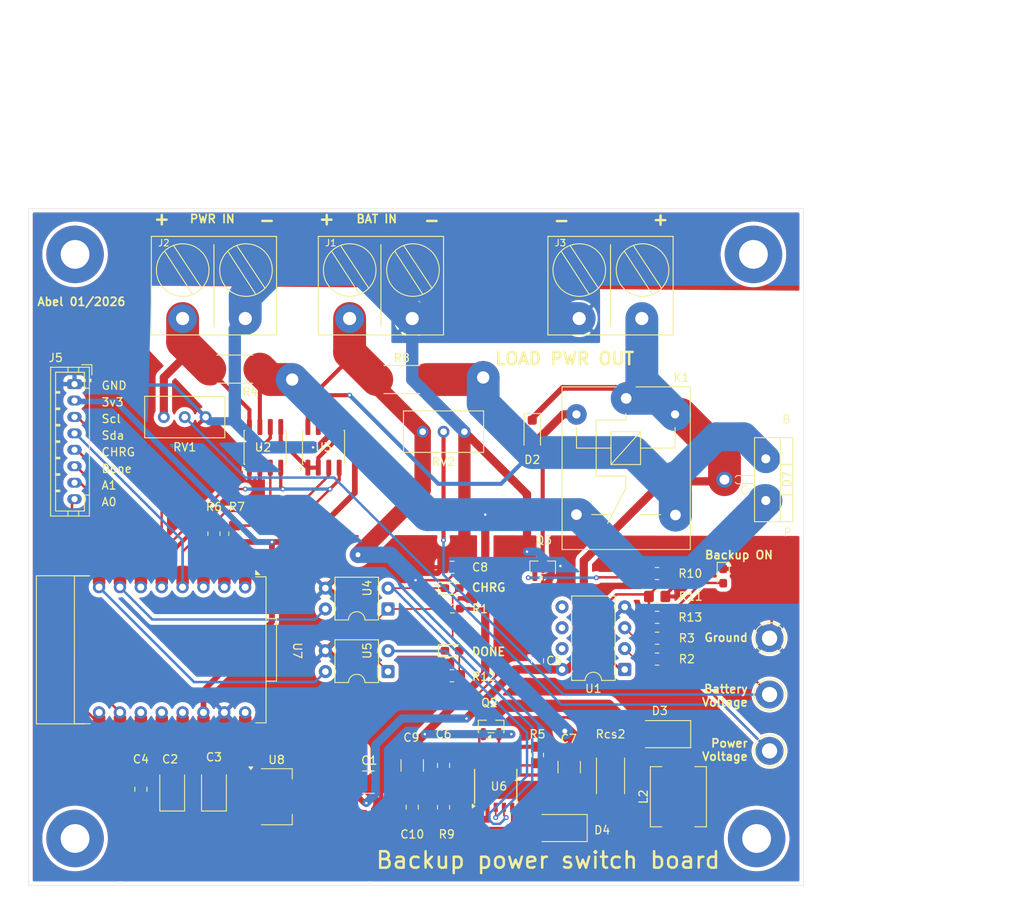
<source format=kicad_pcb>
(kicad_pcb (version 20241229) (generator "pcbnew") (generator_version "9.0")
  (layers (0 "F.Cu" signal) (2 "B.Cu" signal) (13 "F.Paste" user) (15 "B.Paste" user) (5 "F.SilkS" user "F.Silkscreen") (7 "B.SilkS" user "B.Silkscreen") (1 "F.Mask" user) (3 "B.Mask" user) (25 "Edge.Cuts" user))
  (net 0 "")
  (net 1 "Net-(U6-VG)")
  (net 2 "PWR IN 12 +")
  (net 3 "Net-(C10-Pad1)")
  (net 4 "Net-(J5-Pin_4)")
  (net 5 "+3V3")
  (net 6 "Net-(J5-Pin_5)")
  (net 7 "Net-(J5-Pin_3)")
  (net 8 "Net-(D2-A)")
  (net 9 "Net-(D3-A)")
  (net 10 "Net-(D3-K)")
  (net 11 "BAT IN 12 +")
  (net 12 "Net-(J5-Pin_6)")
  (net 13 "Net-(R1-Pad2)")
  (net 14 "GNDPWR")
  (net 15 "Net-(U6-CSP)")
  (net 16 "Net-(Q2-G)")
  (net 17 "Net-(Q3-B)")
  (net 18 "Net-(U6-FB)")
  (net 19 "Net-(U6-COM)")
  (net 20 "SIG")
  (net 21 "Net-(U1A-+)")
  (net 22 "Net-(U1A--)")
  (net 26 "/Batary Charger module/CHRG")
  (net 27 "/Batary Charger module/DONE")
  (net 29 "COMMON OUT 12 +")
  (net 37 "PWR OUT 12 +")
  (net 38 "BAT OUT 12 +")
  (net 39 "Net-(D1-A)")
  (net 40 "Net-(D6-A)")
  (net 41 "Net-(R2-Pad2)")
  (net 42 "Net-(R3-Pad2)")
  (net 43 "unconnected-(U8-Heat-Pad4)")
  (net 44 "Net-(J5-Pin_8)")
  (net 45 "Net-(J5-Pin_7)")
  (footprint "Resistor_SMD:R_0603_1608Metric_Pad0.98x0.95mm_HandSolder" (layer "F.Cu") (at 140.7668 105.3592 180)
    (property "Reference" "R1")
    (property "Value" "10K")
  )
  (footprint "Resistor_SMD:R_2512_6332Metric_Pad1.40x3.35mm_HandSolder" (layer "F.Cu") (at 114.3 76.2)
    (property "Reference" "R4")
    (property "Value" "0,002R")
  )
  (footprint "Resistor_SMD:R_0805_2012Metric_Pad1.20x1.40mm_HandSolder" (layer "F.Cu") (at 151.13 123.19 90)
    (property "Reference" "R5")
    (property "Value" "0R")
  )
  (footprint "Connector_JST:JST_PH_B8B-PH-K_1x08_P2.00mm_Vertical" (layer "F.Cu") (at 94.7928 78.0288 -90)
    (property "Reference" "J5")
    (property "Value" "Esternal")
  )
  (footprint "Diode_SMD:D_SMA" (layer "F.Cu") (at 153.67 132.08 180)
    (property "Reference" "D4")
    (property "Value" "SS26")
  )
  (footprint "Resistor_SMD:R_0805_2012Metric_Pad1.20x1.40mm_HandSolder" (layer "F.Cu") (at 165.6936 103.886 180)
    (property "Reference" "R11")
    (property "Value" "10K")
  )
  (footprint "Package_DIP:DIP-4_W7.62mm" (layer "F.Cu") (at 132.9436 105.41 180)
    (property "Reference" "U4")
    (property "Value" "LTV-817")
  )
  (footprint "Relay_THT:Relay_SPDT_SANYOU_SRD_Series_Form_C" (layer "F.Cu") (at 161.925 79.765 -90)
    (property "Reference" "K1")
    (property "Value" "SRD-12VDC-SL-C")
  )
  (footprint "Potentiometer_THT:Potentiometer_Bourns_3296W_Vertical" (layer "F.Cu") (at 105.664 82.042 180)
    (property "Reference" "RV1")
    (property "Value" "10k")
  )
  (footprint "Capacitor_SMD:C_0805_2012Metric_Pad1.18x1.45mm_HandSolder" (layer "F.Cu") (at 139.7 124.46 -90)
    (property "Reference" "C6")
    (property "Value" "100nF")
  )
  (footprint "Resistor_SMD:R_0805_2012Metric_Pad1.20x1.40mm_HandSolder" (layer "F.Cu") (at 165.6936 108.966)
    (property "Reference" "R3")
    (property "Value" "1k")
  )
  (footprint "Package_TO_SOT_SMD:SOT-23" (layer "F.Cu") (at 145.49 119.7125 90)
    (property "Reference" "Q2")
    (property "Value" "AO3401A")
  )
  (footprint "Capacitor_Tantalum_SMD:CP_EIA-3528-21_Kemet-B_HandSolder" (layer "F.Cu") (at 106.68 127.3575 90)
    (property "Reference" "C2")
    (property "Value" "10uF")
  )
  (footprint "LED_SMD:LED_0603_1608Metric_Pad1.05x0.95mm_HandSolder" (layer "F.Cu") (at 140.7375 110.49)
    (property "Reference" "D1" (hide yes))
    (property "Value" "DONE")
  )
  (footprint "Diode_SMD:D_SMA" (layer "F.Cu") (at 166.2684 120.65 180)
    (property "Reference" "D3")
    (property "Value" "SS26")
  )
  (footprint "TerminalBlock_Local:ScrewTerminal_KF7.62_2P" (layer "F.Cu") (at 111.76 66.04)
    (property "Reference" "J2")
    (property "Value" "PWR IN")
  )
  (footprint "Resistor_SMD:R_0805_2012Metric_Pad1.20x1.40mm_HandSolder" (layer "F.Cu") (at 111.76 96.25 90)
    (property "Reference" "R6")
    (property "Value" "10K")
  )
  (footprint "TerminalBlock_Local:ScrewTerminal_KF7.62_2P" (layer "F.Cu") (at 160.02 66.04)
    (property "Reference" "J3")
    (property "Value" "LOAD PWR OUT")
  )
  (footprint "Capacitor_Tantalum_SMD:CP_EIA-3528-21_Kemet-B_HandSolder" (layer "F.Cu") (at 111.759999 127.3575 90)
    (property "Reference" "C3")
    (property "Value" "10uF")
  )
  (footprint "MountingHole:MountingHole_3.5mm_Pad_TopBottom" (layer "F.Cu") (at 177.41 62.23)
    (property "Reference" "H3" (hide yes))
    (property "Value" "MountingHole" (hide yes))
  )
  (footprint "Package_DIP:DIP-8_W7.62mm" (layer "F.Cu") (at 161.7422 112.776 180)
    (property "Reference" "U1")
    (property "Value" "LM393")
  )
  (footprint "Resistor_SMD:R_0805_2012Metric_Pad1.20x1.40mm_HandSolder" (layer "F.Cu") (at 139.7 129.54 90)
    (property "Reference" "R9")
    (property "Value" "120")
  )
  (footprint "Package_DIP:DIP-4_W7.62mm" (layer "F.Cu") (at 132.9436 113.03 180)
    (property "Reference" "U5")
    (property "Value" "LTV-817")
  )
  (footprint "MountingHole:MountingHole_3.5mm_Pad_TopBottom" (layer "F.Cu") (at 177.8 133.35)
    (property "Reference" "H4" (hide yes))
    (property "Value" "MountingHole" (hide yes))
  )
  (footprint "Resistor_SMD:R_0805_2012Metric_Pad1.20x1.40mm_HandSolder" (layer "F.Cu") (at 165.6936 106.426)
    (property "Reference" "R13")
    (property "Value" "1k")
  )
  (footprint "Package_TO_SOT_SMD:SOT-23" (layer "F.Cu") (at 151.765 100.33 90)
    (property "Reference" "Q3")
    (property "Value" "BC817")
  )
  (footprint "Resistor_SMD:R_0805_2012Metric_Pad1.20x1.40mm_HandSolder" (layer "F.Cu") (at 165.6936 111.506)
    (property "Reference" "R2")
    (property "Value" "1k")
  )
  (footprint "TestPoint:TestPoint_Loop_D2.50mm_Drill1.85mm" (layer "F.Cu") (at 179.3748 108.966)
    (property "Reference" "TP3" (hide yes))
    (property "Value" "GND")
  )
  (footprint "Capacitor_SMD:C_1210_3225Metric_Pad1.33x2.70mm_HandSolder" (layer "F.Cu") (at 130.556 126.492)
    (property "Reference" "C1")
    (property "Value" "4.7uF")
  )
  (footprint "Resistor_SMD:R_2512_6332Metric_Pad1.40x3.35mm_HandSolder" (layer "F.Cu") (at 134.62 77.47)
    (property "Reference" "R8")
    (property "Value" "0,002R")
  )
  (footprint "Resistor_SMD:R_0805_2012Metric_Pad1.20x1.40mm_HandSolder" (layer "F.Cu") (at 165.6776 101.092 180)
    (property "Reference" "R10")
    (property "Value" "1k")
  )
  (footprint "Capacitor_SMD:C_1210_3225Metric_Pad1.33x2.70mm_HandSolder" (layer "F.Cu") (at 154.9908 124.6632 -90)
    (property "Reference" "C7")
    (property "Value" "10uF")
  )
  (footprint "TerminalBlock_Local:ScrewTerminal_KF7.62_2P" (layer "F.Cu") (at 132.08 66.04)
    (property "Reference" "J1")
    (property "Value" "BAT IN")
  )
  (footprint "Package_SO:SOIC-8_3.9x4.9mm_P1.27mm" (layer "F.Cu") (at 117.983 85.725 90)
    (property "Reference" "U2")
    (property "Value" "INA219AxD")
  )
  (footprint "Inductor_SMD:L_TechFuse_SL0624" (layer "F.Cu") (at 168.275 128.27 90)
    (property "Reference" "L2")
    (property "Value" "4.7uH")
  )
  (footprint "Capacitor_SMD:C_0805_2012Metric_Pad1.18x1.45mm_HandSolder" (layer "F.Cu") (at 102.87 127.3575 90)
    (property "Reference" "C4")
    (property "Value" "100nf")
  )
  (footprint "MountingHole:MountingHole_3.5mm_Pad_TopBottom" (layer "F.Cu") (at 94.86 62.23)
    (property "Reference" "H1" (hide yes))
    (property "Value" "MountingHole" (hide yes))
  )
  (footprint "Capacitor_SMD:C_0805_2012Metric_Pad1.18x1.45mm_HandSolder" (layer "F.Cu") (at 135.89 129.54 90)
    (property "Reference" "C10")
    (property "Value" "220nF")
  )
  (footprint "Potentiometer_THT:Potentiometer_Bourns_3296W_Vertical" (layer "F.Cu") (at 137.16 83.82 180)
    (property "Reference" "RV2")
    (property "Value" "10k")
  )
  (footprint "MountingHole:MountingHole_3.5mm_Pad_TopBottom" (layer "F.Cu") (at 94.86 133.35)
    (property "Reference" "H2" (hide yes))
    (property "Value" "MountingHole" (hide yes))
  )
  (footprint "Resistor_SMD:R_0805_2012Metric_Pad1.20x1.40mm_HandSolder" (layer "F.Cu") (at 114.3 96.25 90)
    (property "Reference" "R7")
    (property "Value" "10K")
  )
  (footprint "Resistor_SMD:R_0805_2012Metric_Pad1.20x1.40mm_HandSolder" (layer "F.Cu") (at 140.716 113.538 180)
    (property "Reference" "R12")
    (property "Value" "1k")
  )
  (footprint "LED_SMD:LED_0603_1608Metric_Pad1.05x0.95mm_HandSolder" (layer "F.Cu") (at 173.736 101.3968 -90)
    (property "Reference" "D6" (hide yes))
    (property "Value" "Switch")
  )
  (footprint "Capacitor_SMD:C_0805_2012Metric_Pad1.18x1.45mm_HandSolder" (layer "F.Cu") (at 140.7375 100.33 180)
    (property "Reference" "C8")
    (property "Value" "1uF")
  )
  (footprint "Capacitor_SMD:C_0805_2012Metric_Pad1.18x1.45mm_HandSolder" (layer "F.Cu") (at 151.13 111.7092 90)
    (property "Reference" "C5")
    (property "Value" "100nF")
  )
  (footprint "LED_SMD:LED_0603_1608Metric_Pad1.05x0.95mm_HandSolder" (layer "F.Cu") (at 140.7375 102.87)
    (property "Reference" "D5" (hide yes))
    (property "Value" "CHRG")
  )
  (footprint "Capacitor_SMD:C_1210_3225Metric_Pad1.33x2.70mm_HandSolder" (layer "F.Cu") (at 135.89 124.46 -90)
    (property "Reference" "C9")
    (property "Value" "10uF")
  )
  (footprint "Diode_SMD:D_SOD-123F" (layer "F.Cu") (at 150.495 83.82 -90)
    (property "Reference" "D2")
    (property "Value" "1N4007W (A7)")
  )
  (footprint "Resistor_SMD:R_2512_6332Metric_Pad1.40x3.35mm_HandSolder" (layer "F.Cu") (at 160.02 125.73 90)
    (property "Reference" "Rcs2")
    (property "Value" "120 (for 1A)")
  )
  (footprint "TestPoint:TestPoint_Loop_D2.50mm_Drill1.85mm" (layer "F.Cu") (at 179.3748 122.682)
    (property "Reference" "TP2" (hide yes))
    (property "Value" "PWR_IN")
  )
  (footprint "Package_TO_SOT_SMD:SOT-223-3_TabPin2" (layer "F.Cu") (at 119.38 128.27)
    (property "Reference" "U8")
    (property "Value" "AMS1117-3.3")
  )
  (footprint "Package_SO:SSOP-10_3.9x4.9mm_P1.00mm" (layer "F.Cu") (at 146.05 127 90)
    (property "Reference" "U6")
    (property "Value" "CN3763")
  )
  (footprint "WIFI_Module:ESP32-C3_Pro_mini_pin" (layer "F.Cu") (at 106.67 110.38 -90)
    (property "Reference" "U7")
    (property "Value" "ESP32-C3 Pro Mini")
  )
  (footprint "TestPoint:TestPoint_Loop_D2.50mm_Drill1.85mm" (layer "F.Cu") (at 179.3748 115.824)
    (property "Reference" "TP1" (hide yes))
    (property "Value" "BAT_IN")
  )
  (footprint "PCM_Package_TO_SOT_THT_AKL_OneLayer:TO-220-3_Staggered_Vertical" (layer "F.Cu") (at 178.9176 87.122 -90)
    (property "Reference" "D7")
    (property "Value" "MBRF20100CT" (hide yes))
  )
  (footprint "Package_SO:SOIC-8_3.9x4.9mm_P1.27mm" (layer "F.Cu") (at 125.095 85.725 90)
    (property "Reference" "U3")
    (property "Value" "INA219AxD")
  )
  (gr_rect (start 89.2212 56.642) (end 183.506 139.0603) (stroke (width 0.05)) (fill no) (layer "Edge.Cuts"))
  (gr_text "3v3" (at 97.9932 80.815543 0) (layer "F.SilkS") (effects (font (size 1 1)) (justify left bottom)))
  (gr_text "Done" (at 97.9932 88.914514 0) (layer "F.SilkS") (effects (font (size 1 1)) (justify left bottom)))
  (gr_text "B" (at 180.848 82.9056 0) (layer "F.SilkS") (effects (font (size 1 1) (thickness 0.1)) (justify left bottom)))
  (gr_text "Sda" (at 97.9932 84.865029 0) (layer "F.SilkS") (effects (font (size 1 1)) (justify left bottom)))
  (gr_text "A0" (at 97.9932 92.964 0) (layer "F.SilkS") (effects (font (size 1 1)) (justify left bottom)))
  (gr_text "P" (at 181.0004 96.6724 0) (layer "F.SilkS") (effects (font (size 1 1) (thickness 0.1)) (justify left bottom)))
  (gr_text "-" (at 155.194 57.404 180) (layer "F.SilkS") (effects (font (size 1.5 1.5) (thickness 0.3) (bold yes)) (justify left bottom)))
  (gr_text "+" (at 124.714 56.878857 270) (layer "F.SilkS") (effects (font (size 1.5 1.5) (thickness 0.3) (bold yes)) (justify left bottom)))
  (gr_text "Power\nVoltage" (at 176.8348 123.952 0) (layer "F.SilkS") (effects (font (size 1 1) (thickness 0.2) (bold yes)) (justify right bottom)))
  (gr_text "Scl" (at 97.9932 82.840286 0) (layer "F.SilkS") (effects (font (size 1 1)) (justify left bottom)))
  (gr_text "GND" (at 97.9932 78.7908 0) (layer "F.SilkS") (effects (font (size 1 1)) (justify left bottom)))
  (gr_text "+" (at 104.648 56.878857 270) (layer "F.SilkS") (effects (font (size 1.5 1.5) (thickness 0.3) (bold yes)) (justify left bottom)))
  (gr_text "A1" (at 97.9932 90.939257 0) (layer "F.SilkS") (effects (font (size 1 1)) (justify left bottom)))
  (gr_text "Ground" (at 176.8348 109.474 0) (layer "F.SilkS") (effects (font (size 1 1) (thickness 0.2) (bold yes)) (justify right bottom)))
  (gr_text "-" (at 117.094 58.928 0) (layer "F.SilkS") (effects (font (size 1.5 1.5) (thickness 0.3) (bold yes)) (justify left bottom)))
  (gr_text "Backup ON" (at 171.3992 99.4156 0) (layer "F.SilkS") (effects (font (size 1 1) (thickness 0.2) (bold yes)) (justify left bottom)))
  (gr_text "Backup power switch board" (at 131.318 137.16 0) (layer "F.SilkS") (effects (font (size 2 2) (thickness 0.3)) (justify left bottom)))
  (gr_text "Abel 01/2026" (at 90.17 68.58 0) (layer "F.SilkS") (effects (font (size 1 1) (thickness 0.2)) (justify left bottom)))
  (gr_text "CHRG" (at 97.9932 86.889771 0) (layer "F.SilkS") (effects (font (size 1 1)) (justify left bottom)))
  (gr_text "+" (at 166.878 59.182 90) (layer "F.SilkS") (effects (font (size 1.5 1.5) (thickness 0.3) (bold yes)) (justify left bottom)))
  (gr_text "DONE" (at 143.04381 111.2012 0) (layer "F.SilkS") (effects (font (size 1 1) (thickness 0.2) (bold yes)) (justify left bottom)))
  (gr_text "CHRG" (at 143.04381 103.378 0) (layer "F.SilkS") (effects (font (size 1 1) (thickness 0.2) (bold yes)) (justify left bottom)))
  (gr_text "C" (at 175.7172 91.5416 0) (layer "F.SilkS") (effects (font (size 1 1) (thickness 0.1)) (justify left bottom)))
  (gr_text "-" (at 137.16 58.928 0) (layer "F.SilkS") (effects (font (size 1.5 1.5) (thickness 0.3) (bold yes)) (justify left bottom)))
  (gr_text "Battery\nVoltage" (at 176.8348 117.348 0) (layer "F.SilkS") (effects (font (size 1 1) (thickness 0.2) (bold yes)) (justify right bottom)))
  (segment (start 139.7 125.4975) (end 139.9975 125.4975) (width 0.3) (layer "F.Cu") (net 1))
  (segment (start 139.9975 125.4975) (end 144.05 129.55) (width 0.3) (layer "F.Cu") (net 1))
  (segment (start 111.25 76.2) (end 111.25 76.325) (width 0.5) (layer "F.Cu") (net 2))
  (segment (start 105.664 77.216) (end 105.664 82.042) (width 1) (layer "F.Cu") (net 2))
  (segment (start 107.95 72.9) (end 111.25 76.2) (width 4) (layer "F.Cu") (net 2))
  (segment (start 116.078 81.153) (end 116.078 83.25) (width 0.5) (layer "F.Cu") (net 2))
  (segment (start 111.25 76.325) (end 116.078 81.153) (width 0.5) (layer "F.Cu") (net 2))
  (segment (start 107.95 70.04) (end 107.95 72.9) (width 4) (layer "F.Cu") (net 2))
  (segment (start 107.95 70.04) (end 107.95 74.93) (width 1) (layer "F.Cu") (net 2))
  (segment (start 107.95 74.93) (end 105.664 77.216) (width 1) (layer "F.Cu") (net 2))
  (segment (start 135.9275 130.54) (end 135.89 130.5775) (width 0.7) (layer "F.Cu") (net 3))
  (segment (start 139.7 130.54) (end 135.9275 130.54) (width 0.7) (layer "F.Cu") (net 3))
  (segment (start 111.76 94.996) (end 111.76 95.25) (width 0.3) (layer "F.Cu") (net 4))
  (segment (start 107.95 98.425) (end 107.95 101.38) (width 0.3) (layer "F.Cu") (net 4))
  (segment (start 125.73 89.174999) (end 125.73 88.2) (width 0.3) (layer "F.Cu") (net 4))
  (segment (start 118.618 88.2) (end 118.618 93.472) (width 0.3) (layer "F.Cu") (net 4))
  (segment (start 117.475 93.472) (end 121.432999 93.472) (width 0.3) (layer "F.Cu") (net 4))
  (segment (start 111.76 95.25) (end 111.125 95.25) (width 0.3) (layer "F.Cu") (net 4))
  (segment (start 121.432999 93.472) (end 125.73 89.174999) (width 0.3) (layer "F.Cu") (net 4))
  (segment (start 117.475 93.472) (end 113.284 93.472) (width 0.3) (layer "F.Cu") (net 4))
  (segment (start 111.125 95.25) (end 107.95 98.425) (width 0.3) (layer "F.Cu") (net 4))
  (segment (start 113.284 93.472) (end 111.76 94.996) (width 0.3) (layer "F.Cu") (net 4))
  (segment (start 107.94 102.746) (end 107.94 97.0688) (width 0.3) (layer "B.Cu") (net 4))
  (segment (start 94.902 84.138) (end 94.7928 84.0288) (width 0.3) (layer "B.Cu") (net 4))
  (segment (start 95.0092 84.138) (end 94.902 84.138) (width 0.3) (layer "B.Cu") (net 4))
  (segment (start 107.94 97.0688) (end 95.0092 84.138) (width 0.3) (layer "B.Cu") (net 4))
  (segment (start 123.125 88.2) (end 123.19 88.2) (width 0.5) (layer "F.Cu") (net 5))
  (segment (start 100.965 123.19) (end 99.695 124.46) (width 0.7) (layer "F.Cu") (net 5))
  (segment (start 127.900999 84.150999) (end 127 83.25) (width 0.7) (layer "F.Cu") (net 5))
  (segment (start 111.759999 128.985) (end 106.68 128.985) (width 0.7) (layer "F.Cu") (net 5))
  (segment (start 110.49 115.316) (end 110.49 117.99) (width 0.7) (layer "F.Cu") (net 5))
  (segment (start 110.49 120.65) (end 107.95 123.19) (width 0.7) (layer "F.Cu") (net 5))
  (segment (start 119.888 84.963) (end 123.125 88.2) (width 0.5) (layer "F.Cu") (net 5))
  (segment (start 110.49 119.38) (end 110.49 120.65) (width 0.7) (layer "F.Cu") (net 5))
  (segment (start 99.695 127.381) (end 100.709 128.395) (width 0.7) (layer "F.Cu") (net 5))
  (segment (start 118.8212 97.25) (end 114.3 97.25) (width 0.7) (layer "F.Cu") (net 5))
  (segment (start 112.474999 128.27) (end 111.759999 128.985) (width 0.7) (layer "F.Cu") (net 5))
  (segment (start 110.49 117.99) (end 110.48 118) (width 0.7) (layer "F.Cu") (net 5))
  (segment (start 124.46 88.2) (end 124.46 86.995) (width 0.5) (layer "F.Cu") (net 5))
  (segment (start 123.19 88.2) (end 124.46 88.2) (width 0.5) (layer "F.Cu") (net 5))
  (segment (start 119.888 83.25) (end 119.888 84.963) (width 0.5) (layer "F.Cu") (net 5))
  (segment (start 118.8212 106.9848) (end 110.49 115.316) (width 0.7) (layer "F.Cu") (net 5))
  (segment (start 128.905 91.254892) (end 128.905 85.09) (width 0.7) (layer "F.Cu") (net 5))
  (segment (start 116.23 128.27) (end 112.474999 128.27) (width 0.7) (layer "F.Cu") (net 5))
  (segment (start 114.3 97.25) (end 111.76 97.25) (width 0.7) (layer "F.Cu") (net 5))
  (segment (start 110.49 119.38) (end 110.49 120.015) (width 0.7) (layer "F.Cu") (net 5))
  (segment (start 106.68 128.985) (end 103.46 128.985) (width 0.7) (layer "F.Cu") (net 5))
  (segment (start 103.46 128.985) (end 102.87 128.395) (width 0.7) (layer "F.Cu") (net 5))
  (segment (start 100.709 128.395) (end 102.87 128.395) (width 0.7) (layer "F.Cu") (net 5))
  (segment (start 127.965999 84.150999) (end 127.900999 84.150999) (width 0.7) (layer "F.Cu") (net 5))
  (segment (start 118.8212 97.25) (end 118.8212 106.9848) (width 0.7) (layer "F.Cu") (net 5))
  (segment (start 118.8212 97.25) (end 122.909892 97.25) (width 0.7) (layer "F.Cu") (net 5))
  (segment (start 127 84.455) (end 127 83.25) (width 0.5) (layer "F.Cu") (net 5))
  (segment (start 107.95 123.19) (end 100.965 123.19) (width 0.7) (layer "F.Cu") (net 5))
  (segment (start 122.909892 97.25) (end 128.905 91.254892) (width 0.7) (layer "F.Cu") (net 5))
  (segment (start 99.695 124.46) (end 99.695 127.381) (width 0.7) (layer "F.Cu") (net 5))
  (segment (start 128.905 85.09) (end 127.965999 84.150999) (width 0.7) (layer "F.Cu") (net 5))
  (segment (start 124.46 86.995) (end 127 84.455) (width 0.5) (layer "F.Cu") (net 5))
  (via (at 118.8212 97.25) (size 0.6) (drill 0.3) (layers "F.Cu" "B.Cu") (net 5))
  (segment (start 99.823 80.138) (end 94.902 80.138) (width 0.7) (layer "B.Cu") (net 5))
  (segment (start 94.902 80.138) (end 94.7928 80.0288) (width 0.7) (layer "B.Cu") (net 5))
  (segment (start 118.8212 97.25) (end 116.935 97.25) (width 0.7) (layer "B.Cu") (net 5))
  (segment (start 116.935 97.25) (end 99.823 80.138) (width 0.7) (layer "B.Cu") (net 5))
  (segment (start 100.32 91.2776) (end 95.0712 86.0288) (width 0.3) (layer "F.Cu") (net 6))
  (segment (start 100.32 102.746) (end 100.32 91.2776) (width 0.3) (layer "F.Cu") (net 6))
  (segment (start 95.0712 86.0288) (end 94.7928 86.0288) (width 0.3) (layer "F.Cu") (net 6))
  (segment (start 104.259 106.685) (end 124.0486 106.685) (width 0.3) (layer "B.Cu") (net 6))
  (segment (start 124.0486 106.685) (end 125.3236 105.41) (width 0.3) (layer "B.Cu") (net 6))
  (segment (start 100.32 102.746) (end 104.259 106.685) (width 0.3) (layer "B.Cu") (net 6))
  (segment (start 115.57 90.805) (end 113.03 90.805) (width 0.3) (layer "F.Cu") (net 7))
  (segment (start 121.4374 95.25) (end 114.3 95.25) (width 0.3) (layer "F.Cu") (net 7))
  (segment (start 127 89.6874) (end 125.8824 90.805) (width 0.4) (layer "F.Cu") (net 7))
  (segment (start 105.4 92.2936) (end 105.4 102.746) (width 0.3) (layer "F.Cu") (net 7))
  (segment (start 127 88.2) (end 127 89.6874) (width 0.4) (layer "F.Cu") (net 7))
  (segment (start 94.7928 82.0288) (end 95.1352 82.0288) (width 0.3) (layer "F.Cu") (net 7))
  (segment (start 125.8824 90.805) (end 121.4374 95.25) (width 0.3) (layer "F.Cu") (net 7))
  (segment (start 95.1352 82.0288) (end 105.4 92.2936) (width 0.3) (layer "F.Cu") (net 7))
  (segment (start 113.03 90.805) (end 105.409999 98.425001) (width 0.3) (layer "F.Cu") (net 7))
  (segment (start 120.142 90.805) (end 119.888 90.551) (width 0.4) (layer "F.Cu") (net 7))
  (segment (start 105.409999 98.425001) (end 105.409999 101.38) (width 0.3) (layer "F.Cu") (net 7))
  (segment (start 119.888 90.551) (end 119.888 88.2) (width 0.4) (layer "F.Cu") (net 7))
  (via (at 125.8824 90.805) (size 0.6) (drill 0.3) (layers "F.Cu" "B.Cu") (net 7))
  (via (at 120.142 90.805) (size 0.6) (drill 0.3) (layers "F.Cu" "B.Cu") (net 7))
  (via (at 115.57 90.805) (size 0.6) (drill 0.3) (layers "F.Cu" "B.Cu") (net 7))
  (segment (start 115.57 90.805) (end 120.142 90.805) (width 0.4) (layer "B.Cu") (net 7))
  (segment (start 120.142 90.805) (end 125.8824 90.805) (width 0.4) (layer "B.Cu") (net 7))
  (segment (start 151.765 86.489999) (end 150.495 85.219999) (width 0.5) (layer "F.Cu") (net 8))
  (segment (start 150.746001 85.219999) (end 150.495 85.219999) (width 1) (layer "F.Cu") (net 8))
  (segment (start 154.251 81.715) (end 150.746001 85.219999) (width 1) (layer "F.Cu") (net 8))
  (segment (start 151.765 99.392499) (end 151.765 86.489999) (width 0.5) (layer "F.Cu") (net 8))
  (segment (start 155.875 81.715) (end 154.251 81.715) (width 1) (layer "F.Cu") (net 8))
  (segment (start 159.7406 117.1956) (end 163.195 120.65) (width 1.5) (layer "F.Cu") (net 9))
  (segment (start 163.195 120.65) (end 164.268399 120.65) (width 1.5) (layer "F.Cu") (net 9))
  (segment (start 145.49 118.774999) (end 147.069399 117.1956) (width 1.5) (layer "F.Cu") (net 9))
  (segment (start 147.069399 117.1956) (end 159.7406 117.1956) (width 1.5) (layer "F.Cu") (net 9))
  (segment (start 168.275 131.27) (end 167.465 132.08) (width 1) (layer "F.Cu") (net 10))
  (segment (start 172.1612 128.1176) (end 172.1612 123.7996) (width 1.5) (layer "F.Cu") (net 10))
  (segment (start 168.275 131.27) (end 169.0088 131.27) (width 1.5) (layer "F.Cu") (net 10))
  (segment (start 172.1612 123.7996) (end 169.0116 120.65) (width 1.5) (layer "F.Cu") (net 10))
  (segment (start 169.0116 120.65) (end 168.268401 120.65) (width 1.5) (layer "F.Cu") (net 10))
  (segment (start 167.465 132.08) (end 155.670001 132.08) (width 1) (layer "F.Cu") (net 10))
  (segment (start 169.0088 131.27) (end 172.1612 128.1176) (width 1.5) (layer "F.Cu") (net 10))
  (segment (start 129.286 98.806) (end 137.16 90.932) (width 2) (layer "F.Cu") (net 11))
  (segment (start 156.4477 123.1007) (end 156.8684 122.68) (width 1.5) (layer "F.Cu") (net 11))
  (segment (start 128.27 70.04) (end 128.27 74.93) (width 0.5) (layer "F.Cu") (net 11))
  (segment (start 131.57 78.23) (end 131.57 77.47) (width 2) (layer "F.Cu") (net 11))
  (segment (start 136.2964 101.9048) (end 140.2002 101.9048) (width 0.3) (layer "F.Cu") (net 11))
  (segment (start 154.4574 120.269) (end 156.8684 122.68) (width 2) (layer "F.Cu") (net 11))
  (segment (start 137.16 90.932) (end 137.16 83.82) (width 2) (layer "F.Cu") (net 11))
  (segment (start 154.9908 122.428) (end 154.9908 123.1007) (width 0.5) (layer "F.Cu") (net 11))
  (segment (start 148.46 122.19) (end 151.13 122.19) (width 0.5) (layer "F.Cu") (net 11))
  (segment (start 147.05 124.45) (end 147.05 123.6) (width 0.5) (layer "F.Cu") (net 11))
  (segment (start 123.19 80.01) (end 123.19 83.25) (width 0.5) (layer "F.Cu") (net 11))
  (segment (start 128.27 70.04) (end 128.27 74.17) (width 4) (layer "F.Cu") (net 11))
  (segment (start 154.8892 122.3264) (end 154.9908 122.428) (width 0.5) (layer "F.Cu") (net 11))
  (segment (start 128.27 74.93) (end 123.19 80.01) (width 0.5) (layer "F.Cu") (net 11))
  (segment (start 128.27 74.17) (end 131.57 77.47) (width 4) (layer "F.Cu") (net 11))
  (segment (start 154.9908 123.1007) (end 156.4477 123.1007) (width 1.5) (layer "F.Cu") (net 11))
  (segment (start 151.2664 122.3264) (end 154.8892 122.3264) (width 0.5) (layer "F.Cu") (net 11))
  (segment (start 147.05 123.6) (end 148.46 122.19) (width 0.5) (layer "F.Cu") (net 11))
  (segment (start 137.16 83.82) (end 131.57 78.23) (width 2) (layer "F.Cu") (net 11))
  (segment (start 156.8684 122.68) (end 160.02 122.68) (width 2) (layer "F.Cu") (net 11))
  (segment (start 151.13 122.19) (end 151.2664 122.3264) (width 0.5) (layer "F.Cu") (net 11))
  (segment (start 140.2002 101.9048) (end 141.775 100.33) (width 0.3) (layer "F.Cu") (net 11))
  (via (at 136.2964 101.9048) (size 0.6) (drill 0.3) (layers "F.Cu" "B.Cu") (net 11))
  (via (at 129.286 98.806) (size 1) (drill 0.6) (layers "F.Cu" "B.Cu") (net 11))
  (via (at 154.4574 120.269) (size 1) (drill 0.6) (layers "F.Cu" "B.Cu") (net 11))
  (segment (start 136.2964 102.108) (end 136.2964 101.9048) (width 2) (layer "B.Cu") (net 11))
  (segment (start 136.2964 101.9048) (end 136.4488 101.7524) (width 0.5) (layer "B.Cu") (net 11))
  (segment (start 133.1976 98.806) (end 129.286 98.806) (width 2) (layer "B.Cu") (net 11))
  (segment (start 136.2964 101.9048) (end 133.1976 98.806) (width 2) (layer "B.Cu") (net 11))
  (segment (start 154.4574 120.269) (end 136.2964 102.108) (width 2) (layer "B.Cu") (net 11))
  (segment (start 97.78 100.086) (end 99.06 98.806) (width 0.3) (layer "F.Cu") (net 12))
  (segment (start 97.78 102.746) (end 97.78 100.086) (width 0.3) (layer "F.Cu") (net 12))
  (segment (start 94.902 88.138) (end 94.7928 88.0288) (width 0.3) (layer "F.Cu") (net 12))
  (segment (start 95.0976 88.138) (end 94.902 88.138) (width 0.3) (layer "F.Cu") (net 12))
  (segment (start 99.06 92.1004) (end 95.0976 88.138) (width 0.3) (layer "F.Cu") (net 12))
  (segment (start 99.06 98.806) (end 99.06 92.1004) (width 0.3) (layer "F.Cu") (net 12))
  (segment (start 124.0486 114.305) (end 125.3236 113.03) (width 0.3) (layer "B.Cu") (net 12))
  (segment (start 109.339 114.305) (end 124.0486 114.305) (width 0.3) (layer "B.Cu") (net 12))
  (segment (start 97.78 102.746) (end 109.339 114.305) (width 0.3) (layer "B.Cu") (net 12))
  (segment (start 130.6626 110.749) (end 130.6626 107.691) (width 0.2) (layer "F.Cu") (net 13))
  (segment (start 133.1468 105.41) (end 132.9436 105.6132) (width 0.2) (layer "F.Cu") (net 13))
  (segment (start 139.8543 105.3592) (end 139.8035 105.41) (width 0.2) (layer "F.Cu") (net 13))
  (segment (start 139.8035 105.41) (end 133.1468 105.41) (width 0.2) (layer "F.Cu") (net 13))
  (segment (start 130.6626 107.691) (end 132.9436 105.41) (width 0.2) (layer "F.Cu") (net 13))
  (segment (start 132.9436 105.6132) (end 132.9436 105.41) (width 0.2) (layer "F.Cu") (net 13))
  (segment (start 132.9436 113.03) (end 130.6626 110.749) (width 0.2) (layer "F.Cu") (net 13))
  (segment (start 111.759999 125.73) (end 106.68 125.73) (width 1) (layer "F.Cu") (net 14))
  (segment (start 149.86 91.44) (end 142.24 83.82) (width 1) (layer "F.Cu") (net 14))
  (segment (start 142.239999 83.82) (end 142.24 83.820001) (width 1.5) (layer "F.Cu") (net 14))
  (segment (start 179.6288 105.8164) (end 179.6288 108.712) (width 0.3) (layer "F.Cu") (net 14))
  (segment (start 113.03 119.38) (end 113.03 124.459999) (width 1) (layer "F.Cu") (net 14))
  (segment (start 113.03 124.459999) (end 111.759999 125.73) (width 1) (layer "F.Cu") (net 14))
  (segment (start 134.3875 128.5025) (end 133.35 129.54) (width 0.5) (layer "F.Cu") (net 14))
  (segment (start 142.24 96.774) (end 139.7 99.314) (width 1.5) (layer "F.Cu") (net 14))
  (segment (start 151.669999 130.562501) (end 154.9908 127.2417) (width 0.5) (layer "F.Cu") (net 14))
  (segment (start 132.1185 116.9801) (end 125.6284 110.49) (width 0.7) (layer "F.Cu") (net 14))
  (segment (start 116.4475 125.7525) (end 116.4475 123.3285) (width 0.7) (layer "F.Cu") (net 14))
  (segment (start 154.9908 127.2417) (end 154.9908 126.2257) (width 0.5) (layer "F.Cu") (net 14))
  (segment (start 127.1524 101.0412) (end 125.3236 102.87) (width 0.7) (layer "F.Cu") (net 14))
  (segment (start 149.225 128.27) (end 151.669999 130.714999) (width 0.5) (layer "F.Cu") (net 14))
  (segment (start 127.8686 107.945) (end 127.8686 105.0925) (width 0.7) (layer "F.Cu") (net 14))
  (segment (start 124.333 85.725) (end 123.825 85.725) (width 0.7) (layer "F.Cu") (net 14))
  (segment (start 151.13 110.6717) (end 151.13 103.3272) (width 0.7) (layer "F.Cu") (net 14))
  (segment (start 139.7 99.314) (end 139.7 100.33) (width 1.5) (layer "F.Cu") (net 14))
  (segment (start 125.73 84.328) (end 124.333 85.725) (width 0.7) (layer "F.Cu") (net 14))
  (segment (start 118.618 84.582) (end 117.475 85.725) (width 0.4) (layer "F.Cu") (net 14))
  (segment (start 125.6461 102.87) (end 125.3236 102.87) (width 0.7) (layer "F.Cu") (net 14))
  (segment (start 145.05 128.7) (end 145.48 128.27) (width 0.5) (layer "F.Cu") (net 14))
  (segment (start 142.24 83.820001) (end 142.24 96.774) (width 1.5) (layer "F.Cu") (net 14))
  (segment (start 179.6288 108.712) (end 179.3748 108.966) (width 0.3) (layer "F.Cu") (net 14))
  (segment (start 174.244 100.4316) (end 179.6288 105.8164) (width 0.3) (layer "F.Cu") (net 14))
  (segment (start 129.5785 120.396) (end 132.1185 117.856) (width 0.7) (layer "F.Cu") (net 14))
  (segment (start 173.544199 100.33) (end 170.0784 100.33) (width 0.4) (layer "F.Cu") (net 14))
  (segment (start 125.73 83.25) (end 125.73 84.328) (width 0.7) (layer "F.Cu") (net 14))
  (segment (start 132.1185 122.9745) (end 132.1185 117.856) (width 0.7) (layer "F.Cu") (net 14))
  (segment (start 153.924 100.1776) (end 152.8341 101.2675) (width 1) (layer "F.Cu") (net 14))
  (segment (start 170.0784 100.33) (end 166.7764 103.632) (width 0.4) (layer "F.Cu") (net 14))
  (segment (start 119.38 120.396) (end 129.54 120.396) (width 0.7) (layer "F.Cu") (net 14))
  (segment (start 133.35 132.08) (end 134.62 133.35) (width 0.5) (layer "F.Cu") (net 14))
  (segment (start 136.1825 133.35) (end 150.399999 133.35) (width 0.5) (layer "F.Cu") (net 14))
  (segment (start 132.1185 126.492) (end 135.4205 126.492) (width 0.7) (layer "F.Cu") (net 14))
  (segment (start 173.736 100.521801) (end 173.826201 100.4316) (width 0.3) (layer "F.Cu") (net 14))
  (segment (start 129.54 120.396) (end 132.1185 122.9745) (width 0.7) (layer "F.Cu") (net 14))
  (segment (start 134.62 133.35) (end 136.1825 133.35) (width 0.5) (layer "F.Cu") (net 14))
  (segment (start 133.35 129.54) (end 133.35 132.08) (width 0.5) (layer "F.Cu") (net 14))
  (segment (start 125.6284 110.49) (end 125.3236 110.49) (width 0.7) (layer "F.Cu") (net 14))
  (segment (start 135.89 128.5025) (end 134.3875 128.5025) (width 0.5) (layer "F.Cu") (net 14))
  (segment (start 116.078 88.2) (end 117.348 88.2) (width 0.2) (layer "F.Cu") (net 14))
  (segment (start 125.3236 110.49) (end 127.8686 107.945) (width 0.7) (layer "F.Cu") (net 14))
  (segment (start 135.89 126.0225) (end 135.89 128.5025) (width 1) (layer "F.Cu") (net 14))
  (segment (start 116.4475 123.3285) (end 119.38 120.396) (width 0.7) (layer "F.Cu") (net 14))
  (segment (start 166.7764 103.632) (end 166.7764 103.8032) (width 0.4) (layer "F.Cu") (net 14))
  (segment (start 132.1185 122.9745) (end 132.1185 126.492) (width 0.7) (layer "F.Cu") (net 14))
  (segment (start 129.54 120.396) (end 129.5785 120.396) (width 0.7) (layer "F.Cu") (net 14))
  (segment (start 173.826201 100.4316) (end 174.244 100.4316) (width 0.3) (layer "F.Cu") (net 14))
  (segment (start 117.348 85.852) (end 117.348 88.2) (width 0.4) (layer "F.Cu") (net 14))
  (segment (start 118.618 83.25) (end 118.618 84.582) (width 0.4) (layer "F.Cu") (net 14))
  (segment (start 116.23 125.97) (end 116.4475 125.7525) (width 0.7) (layer "F.Cu") (net 14))
  (segment (start 127.8686 105.0925) (end 125.6461 102.87) (width 0.7) (layer "F.Cu") (net 14))
  (segment (start 103.46 125.73) (end 102.87 126.32) (width 1) (layer "F.Cu") (net 14))
  (segment (start 151.669999 132.08) (end 151.669999 130.562501) (width 0.5) (layer "F.Cu") (net 14))
  (segment (start 106.68 125.73) (end 103.46 125.73) (width 1) (layer "F.Cu") (net 14))
  (segment (start 132.1185 117.856) (end 132.1185 116.9801) (width 0.7) (layer "F.Cu") (net 14))
  (segment (start 151.669999 130.714999) (end 151.669999 132.08) (width 0.5) (layer "F.Cu") (net 14))
  (segment (start 145.05 129.55) (end 145.05 128.7) (width 0.5) (layer "F.Cu") (net 14))
  (segment (start 149.86 98.425) (end 149.86 91.44) (width 1) (layer "F.Cu") (net 14))
  (segment (start 139.7 100.33) (end 138.9888 101.0412) (width 0.7) (layer "F.Cu") (net 14))
  (segment (start 142.24 83.82) (end 142.239999 83.82) (width 1) (layer "F.Cu") (net 14))
  (segment (start 116.23 125.97) (end 111.999999 125.97) (width 1) (layer "F.Cu") (net 14))
  (segment (start 151.13 103.3272) (end 152.715 101.7422) (width 0.7) (layer "F.Cu") (net 14))
  (segment (start 166.7764 103.8032) (end 166.6936 103.886) (width 0.4) (layer "F.Cu") (net 14))
  (segment (start 117.475 85.725) (end 117.348 85.852) (width 0.4) (layer "F.Cu") (net 14))
  (segment (start 145.48 128.27) (end 149.225 128.27) (width 0.5) (layer "F.Cu") (net 14))
  (segment (start 138.9888 101.0412) (end 127.1524 101.0412) (width 0.7) (layer "F.Cu") (net 14))
  (segment (start 135.4205 126.492) (end 135.89 126.0225) (width 0.7) (layer "F.Cu") (net 14))
  (segment (start 111.999999 125.97) (end 111.759999 125.73) (width 1) (layer "F.Cu") (net 14))
  (segment (start 173.736 100.521801) (end 173.544199 100.33) (width 0.4) (layer "F.Cu") (net 14))
  (segment (start 150.399999 133.35) (end 151.669999 132.08) (width 0.5) (layer "F.Cu") (net 14))
  (segment (start 152.715 101.7422) (end 152.715 101.2675) (width 0.7) (layer "F.Cu") (net 14))
  (via (at 153.924 100.1776) (size 0.6) (drill 0.3) (layers "F.Cu" "B.Cu") (net 14))
  (via (at 117.475 85.725) (size 0.6) (drill 0.3) (layers "F.Cu" "B.Cu") (net 14))
  (via (at 149.86 98.425) (size 0.6) (drill 0.3) (layers "F.Cu" "B.Cu") (net 14))
  (via (at 123.825 85.725) (size 0.6) (drill 0.3) (layers "F.Cu" "B.Cu") (net 14))
  (segment (start 115.57 70.04) (end 115.57 67.31) (width 4) (layer "B.Cu") (net 14))
  (segment (start 161.7422 105.156) (end 162.7074 106.1212) (width 1) (layer "B.Cu") (net 14))
  (segment (start 176.4792 106.1212) (end 179.324 108.966) (width 1) (layer "B.Cu") (net 14))
  (segment (start 142.239999 83.819999) (end 142.239999 83.82) (width 1.5) (layer "B.Cu") (net 14))
  (segment (start 110.743999 82.042) (end 111.251999 82.55) (width 1) (layer "B.Cu") (net 14))
  (segment (start 156.21 70.04) (end 135.89 70.04) (width 4) (layer "B.Cu") (net 14))
  (segment (start 94.902 78.138) (end 106.839999 78.138) (width 0.4) (layer "B.Cu") (net 14))
  (segment (start 114.3 71.31) (end 115.57 70.04) (width 1.5) (layer "B.Cu") (net 14))
  (segment (start 179.324 108.966) (end 179.3748 108.966) (width 1) (layer "B.Cu") (net 14))
  (segment (start 123.825 85.725) (end 117.475 85.725) (width 1.5) (layer "B.Cu") (net 14))
  (segment (start 129.35 63.5) (end 135.89 70.04) (width 4) (layer "B.Cu") (net 14))
  (segment (start 162.7074 106.1212) (end 176.4792 106.1212) (width 1) (layer "B.Cu") (net 14))
  (segment (start 153.924 100.1776) (end 152.8826 100.1776) (width 1) (layer "B.Cu") (net 14))
  (segment (start 94.7928 78.0288) (end 94.902 78.138) (width 0.4) (layer "B.Cu") (net 14))
  (segment (start 106.839999 78.138) (end 110.743999 82.042) (width 0.4) (layer "B.Cu") (net 14))
  (segment (start 111.251999 82.55) (end 114.3 82.55) (width 1) (layer "B.Cu") (net 14))
  (segment (start 114.3 82.55) (end 114.3 71.31) (width 1.5) (layer "B.Cu") (net 14))
  (segment (start 117.475 85.725) (end 114.3 82.55) (width 1.5) (layer "B.Cu") (net 14))
  (segment (start 152.8826 100.1776) (end 151.13 98.425) (width 1) (layer "B.Cu") (net 14))
  (segment (start 135.89 77.47) (end 142.239999 83.819999) (width 1.5) (layer "B.Cu") (net 14))
  (segment (start 151.13 98.425) (end 149.86 98.425) (width 1) (layer "B.Cu") (net 14))
  (segment (start 119.38 63.5) (end 129.35 63.5) (width 4) (layer "B.Cu") (net 14))
  (segment (start 115.57 67.31) (end 119.38 63.5) (width 4) (layer "B.Cu") (net 14))
  (segment (start 135.89 70.04) (end 135.89 77.47) (width 1.5) (layer "B.Cu") (net 14))
  (segment (start 156.3624 124.714) (end 160.02 128.3716) (width 0.4) (layer "F.Cu") (net 15))
  (segment (start 164.6964 125.27) (end 168.275 125.27) (width 2) (layer "F.Cu") (net 15))
  (segment (start 146.3784 125.6284) (end 152.654 125.6284) (width 0.4) (layer "F.Cu") (net 15))
  (segment (start 160.02 128.78) (end 161.1864 128.78) (width 2) (layer "F.Cu") (net 15))
  (segment (start 146.05 124.45) (end 146.05 125.3) (width 0.4) (layer "F.Cu") (net 15))
  (segment (start 153.5684 124.714) (end 156.3624 124.714) (width 0.4) (layer "F.Cu") (net 15))
  (segment (start 146.05 125.3) (end 146.3784 125.6284) (width 0.4) (layer "F.Cu") (net 15))
  (segment (start 152.654 125.6284) (end 153.5684 124.714) (width 0.4) (layer "F.Cu") (net 15))
  (segment (start 160.02 128.3716) (end 160.02 128.78) (width 0.4) (layer "F.Cu") (net 15))
  (segment (start 161.1864 128.78) (end 164.6964 125.27) (width 2) (layer "F.Cu") (net 15))
  (segment (start 144.54 120.65) (end 144.05 121.14) (width 0.3) (layer "F.Cu") (net 16))
  (segment (start 144.05 121.14) (end 144.05 124.45) (width 0.3) (layer "F.Cu") (net 16))
  (segment (start 158.2928 101.6) (end 158.3436 101.5492) (width 0.3) (layer "F.Cu") (net 17))
  (segment (start 150.815 101.3562) (end 150.815 101.2675) (width 0.3) (layer "F.Cu") (net 17))
  (segment (start 164.2204 101.5492) (end 164.6776 101.092) (width 0.3) (layer "F.Cu") (net 17))
  (segment (start 150.0124 101.6) (end 150.5712 101.6) (width 0.3) (layer "F.Cu") (net 17))
  (segment (start 158.3436 101.5492) (end 164.2204 101.5492) (width 0.3) (layer "F.Cu") (net 17))
  (segment (start 150.5712 101.6) (end 150.815 101.3562) (width 0.3) (layer "F.Cu") (net 17))
  (via (at 150.0124 101.6) (size 0.6) (drill 0.3) (layers "F.Cu" "B.Cu") (net 17))
  (via (at 158.2928 101.6) (size 0.6) (drill 0.3) (layers "F.Cu" "B.Cu") (net 17))
  (segment (start 150.0124 101.6) (end 158.2928 101.6) (width 0.3) (layer "B.Cu") (net 17))
  (segment (start 148.05 124.45) (end 150.87 124.45) (width 0.3) (layer "F.Cu") (net 18))
  (segment (start 150.87 124.45) (end 151.13 124.19) (width 0.3) (layer "F.Cu") (net 18))
  (segment (start 147.32 132.08) (end 148.05 131.35) (width 0.3) (layer "F.Cu") (net 19))
  (segment (start 143.24 132.08) (end 147.32 132.08) (width 0.3) (layer "F.Cu") (net 19))
  (segment (start 148.05 131.35) (end 148.05 129.55) (width 0.3) (layer "F.Cu") (net 19))
  (segment (start 139.7 128.54) (end 143.24 132.08) (width 0.3) (layer "F.Cu") (net 19))
  (segment (start 164.6936 103.886) (end 164.6936 103.713499) (width 0.3) (layer "F.Cu") (net 20))
  (segment (start 164.4396 103.632) (end 164.6936 103.886) (width 0.3) (layer "F.Cu") (net 20))
  (segment (start 159.3596 110.9472) (end 159.3596 105.0036) (width 0.3) (layer "F.Cu") (net 20))
  (segment (start 159.3596 105.0036) (end 160.7312 103.632) (width 0.3) (layer "F.Cu") (net 20))
  (segment (start 161.7422 112.776) (end 161.1884 112.776) (width 0.3) (layer "F.Cu") (net 20))
  (segment (start 164.6936 103.886) (end 164.6936 106.426) (width 0.3) (layer "F.Cu") (net 20))
  (segment (start 160.7312 103.632) (end 164.4396 103.632) (width 0.3) (layer "F.Cu") (net 20))
  (segment (start 166.6776 101.729499) (end 166.6776 101.092) (width 0.3) (layer "F.Cu") (net 20))
  (segment (start 161.1884 112.776) (end 159.3596 110.9472) (width 0.3) (layer "F.Cu") (net 20))
  (segment (start 164.6936 103.713499) (end 166.6776 101.729499) (width 0.3) (layer "F.Cu") (net 20))
  (segment (start 164.6936 108.966) (end 163.0122 108.966) (width 0.2) (layer "F.Cu") (net 21))
  (segment (start 163.0122 108.966) (end 161.7422 107.696) (width 0.2) (layer "F.Cu") (net 21))
  (segment (start 164.6936 111.506) (end 163.0122 111.506) (width 0.2) (layer "F.Cu") (net 22))
  (segment (start 163.0122 111.506) (end 161.7422 110.236) (width 0.2) (layer "F.Cu") (net 22))
  (segment (start 139.8625 102.87) (end 132.9436 102.87) (width 0.2) (layer "F.Cu") (net 26))
  (segment (start 146.05 129.55) (end 146.05 130.81) (width 0.2) (layer "F.Cu") (net 26))
  (via (at 146.05 130.81) (size 0.6) (drill 0.3) (layers "F.Cu" "B.Cu") (net 26))
  (segment (start 150.495 119.8118) (end 133.5532 102.87) (width 0.3) (layer "B.Cu") (net 26))
  (segment (start 133.5532 102.87) (end 132.9436 102.87) (width 0.3) (layer "B.Cu") (net 26))
  (segment (start 150.495 126.365) (end 150.495 119.8118) (width 0.3) (layer "B.Cu") (net 26))
  (segment (start 146.05 130.81) (end 150.495 126.365) (width 0.3) (layer "B.Cu") (net 26))
  (segment (start 147.05 130.54) (end 147.32 130.81) (width 0.2) (layer "F.Cu") (net 27))
  (segment (start 132.9436 110.49) (end 139.728 110.49) (width 0.2) (layer "F.Cu") (net 27))
  (segment (start 147.05 129.55) (end 147.05 130.54) (width 0.2) (layer "F.Cu") (net 27))
  (via (at 147.32 130.81) (size 0.6) (drill 0.3) (layers "F.Cu" "B.Cu") (net 27))
  (segment (start 145.288 130.302) (end 149.86 125.73) (width 0.3) (layer "B.Cu") (net 27))
  (segment (start 132.9944 110.5408) (end 132.9436 110.49) (width 0.3) (layer "B.Cu") (net 27))
  (segment (start 149.86 125.73) (end 149.86 120.4468) (width 0.3) (layer "B.Cu") (net 27))
  (segment (start 139.954 110.5408) (end 132.9944 110.5408) (width 0.3) (layer "B.Cu") (net 27))
  (segment (start 149.86 120.4468) (end 139.954 110.5408) (width 0.3) (layer "B.Cu") (net 27))
  (segment (start 145.752028 131.572) (end 145.288 131.107972) (width 0.3) (layer "B.Cu") (net 27))
  (segment (start 147.32 130.81) (end 146.558 131.572) (width 0.3) (layer "B.Cu") (net 27))
  (segment (start 145.288 131.107972) (end 145.288 130.302) (width 0.3) (layer "B.Cu") (net 27))
  (segment (start 146.558 131.572) (end 145.752028 131.572) (width 0.3) (layer "B.Cu") (net 27))
  (segment (start 148.336 112.776) (end 154.1222 112.776) (width 1) (layer "F.Cu") (net 29))
  (segment (start 143.2306 118.0084) (end 143.256 118.0084) (width 1) (layer "F.Cu") (net 29))
  (segment (start 150.495 82.420001) (end 150.495 82.169) (width 0.7) (layer "F.Cu") (net 29))
  (segment (start 128.9935 127.9775) (end 128.9935 126.492) (width 0.7) (layer "F.Cu") (net 29))
  (segment (start 118.618 129.286) (end 117.334 130.57) (width 0.7) (layer "F.Cu") (net 29))
  (segment (start 148.336 112.9284) (end 148.6115 112.9284) (width 1) (layer "F.Cu") (net 29))
  (segment (start 130.048 129.032) (end 128.9935 127.9775) (width 0.7) (layer "F.Cu") (net 29))
  (segment (start 150.495 82.169) (end 154.178 78.486) (width 0.7) (layer "F.Cu") (net 29))
  (segment (start 173.6884 89.8652) (end 173.8916 89.662) (width 1) (layer "F.Cu") (net 29))
  (segment (start 148.7932 112.7467) (end 151.13 112.7467) (width 1) (layer "F.Cu") (net 29))
  (segment (start 154.1222 112.776) (end 154.7876 112.776) (width 1) (layer "F.Cu") (net 29))
  (segment (start 118.618 123.444) (end 118.618 129.286) (width 0.7) (layer "F.Cu") (net 29))
  (segment (start 143.256 118.0084) (end 148.336 112.9284) (width 1) (layer "F.Cu") (net 29))
  (segment (start 167.875 81.715) (end 168.5322 81.715) (width 4) (layer "F.Cu") (net 29))
  (segment (start 166.4208 89.8652) (end 173.6884 89.8652) (width 1) (layer "F.Cu") (net 29))
  (segment (start 129.0105 126.475) (end 129.0105 123.1685) (width 0.7) (layer "F.Cu") (net 29))
  (segment (start 160.646 78.486) (end 161.925 79.765) (width 0.7) (layer "F.Cu") (net 29))
  (segment (start 156.7688 99.5172) (end 166.4208 89.8652) (width 1) (layer "F.Cu") (net 29))
  (segment (start 127.762 121.92) (end 120.142 121.92) (width 0.7) (layer "F.Cu") (net 29))
  (segment (start 153.924 112.776) (end 154.1222 112.776) (width 1) (layer "F.Cu") (net 29))
  (segment (start 130.302 129.032) (end 130.048 129.032) (width 0.7) (layer "F.Cu") (net 29))
  (segment (start 120.142 121.92) (end 118.618 123.444) (width 0.7) (layer "F.Cu") (net 29))
  (segment (start 154.178 78.486) (end 160.646 78.486) (width 0.7) (layer "F.Cu") (net 29))
  (segment (start 173.8916 87.0744) (end 173.8916 89.662) (width 4) (layer "F.Cu") (net 29))
  (segment (start 148.6115 112.9284) (end 148.7932 112.7467) (width 1) (layer "F.Cu") (net 29))
  (segment (start 168.5322 81.715) (end 173.8916 87.0744) (width 4) (layer "F.Cu") (net 29))
  (segment (start 156.7688 110.7948) (end 156.7688 99.5172) (width 1) (layer "F.Cu") (net 29))
  (segment (start 129.0105 123.1685) (end 127.762 121.92) (width 0.7) (layer "F.Cu") (net 29))
  (segment (start 117.334 130.57) (end 116.23 130.57) (width 0.7) (layer "F.Cu") (net 29))
  (segment (start 142.494 118.745) (end 143.2306 118.0084) (width 1) (layer "F.Cu") (net 29))
  (segment (start 128.9935 126.492) (end 129.0105 126.475) (width 0.7) (layer "F.Cu") (net 29))
  (segment (start 154.7876 112.776) (end 156.7688 110.7948) (width 1) (layer "F.Cu") (net 29))
  (via (at 142.494 118.745) (size 0.6) (drill 0.3) (layers "F.Cu" "B.Cu") (net 29))
  (via (at 130.302 129.032) (size 0.6) (drill 0.3) (layers "F.Cu" "B.Cu") (net 29))
  (segment (start 165.916 79.756) (end 162.052 79.756) (width 4) (layers "B.Cu" "B.Mask") (net 29))
  (segment (start 131.445 127.889) (end 130.302 129.032) (width 1) (layer "B.Cu") (net 29))
  (segment (start 163.83 77.67) (end 167.875 81.715) (width 4) (layers "B.Cu" "B.Mask") (net 29))
  (segment (start 167.875 81.715) (end 165.916 79.756) (width 4) (layer "B.Cu") (net 29))
  (segment (start 163.83 70.04) (end 163.83 77.67) (width 4) (layers "B.Cu" "B.Mask") (net 29))
  (segment (start 142.494 118.745) (end 134.62 118.745) (width 1) (layer "B.Cu") (net 29))
  (segment (start 131.445 121.92) (end 131.445 127.889) (width 1) (layer "B.Cu") (net 29))
  (segment (start 134.62 118.745) (end 131.445 121.92) (width 1) (layer "B.Cu") (net 29))
  (segment (start 144.78 93.915) (end 144.78 105.41) (width 1) (layer "F.Cu") (net 37))
  (segment (start 139.3151 123.0376) (end 136.0301 123.0376) (width 0.4) (layer "F.Cu") (net 37))
  (segment (start 137.414 120.65) (end 135.89 122.174) (width 1) (layer "F.Cu") (net 37))
  (segment (start 117.348 78.742) (end 118.62 77.47) (width 0.5) (layer "F.Cu") (net 37))
  (segment (start 142.92 105.41) (end 144.78 105.41) (width 0.4) (layer "F.Cu") (net 37))
  (segment (start 144.78 113.284) (end 144.78 105.41) (width 1) (layer "F.Cu") (net 37))
  (segment (start 117.35 76.2) (end 118.62 77.47) (width 4) (layers "F.Cu" "F.Mask") (net 37))
  (segment (start 142.8692 105.3592) (end 142.92 105.41) (width 0.4) (layer "F.Cu") (net 37))
  (segment (start 141.6793 105.3592) (end 142.8692 105.3592) (width 0.4) (layer "F.Cu") (net 37))
  (segment (start 118.62 77.47) (end 121.285 77.47) (width 4) (layers "F.Cu" "F.Mask") (net 37))
  (segment (start 145.05 124.45) (end 145.05 123.555) (width 0.3) (layer "F.Cu") (net 37))
  (segment (start 137.414 120.65) (end 140.843 117.221) (width 1) (layer "F.Cu") (net 37))
  (segment (start 139.7 123.4225) (end 139.3151 123.0376) (width 0.4) (layer "F.Cu") (net 37))
  (segment (start 117.348 83.25) (end 117.348 78.742) (width 0.5) (layer "F.Cu") (net 37))
  (segment (start 139.7375 113.5435) (end 139.7375 116.1155) (width 0.4) (layer "F.Cu") (net 37))
  (segment (start 142.5448 125.73) (end 140.2373 123.4225) (width 0.3) (layer "F.Cu") (net 37))
  (segment (start 146.44 122.165) (end 146.44 120.65) (width 0.3) (layer "F.Cu") (net 37))
  (segment (start 139.732 113.538) (end 139.7375 113.5435) (width 0.4) (layer "F.Cu") (net 37))
  (segment (start 145.05 124.45) (end 145.05 124.957) (width 0.3) (layer "F.Cu") (net 37))
  (segment (start 145.05 124.957) (end 144.277 125.73) (width 0.3) (layer "F.Cu") (net 37))
  (segment (start 145.05 123.555) (end 146.44 122.165) (width 0.3) (layer "F.Cu") (net 37))
  (segment (start 139.7375 116.1155) (end 140.843 117.221) (width 0.4) (layer "F.Cu") (net 37))
  (segment (start 146.44 120.65) (end 147.955 120.65) (width 1) (layer "F.Cu") (net 37))
  (segment (start 136.0301 123.0376) (end 135.89 122.8975) (width 0.4) (layer "F.Cu") (net 37))
  (segment (start 135.89 122.174) (end 135.89 122.8975) (width 1) (layer "F.Cu") (net 37))
  (segment (start 144.277 125.73) (end 142.5448 125.73) (width 0.3) (layer "F.Cu") (net 37))
  (segment (start 140.2373 123.4225) (end 139.7 123.4225) (width 0.3) (layer "F.Cu") (net 37))
  (segment (start 140.843 117.221) (end 144.78 113.284) (width 1) (layer "F.Cu") (net 37))
  (via (at 137.414 120.65) (size 1) (drill 0.3) (layers "F.Cu" "B.Cu") (net 37))
  (via (at 144.78 93.915) (size 1) (drill 0.3) (layers "F.Cu" "B.Cu") (net 37))
  (via (at 147.955 120.65) (size 0.6) (drill 0.3) (layers "F.Cu" "B.Cu") (net 37))
  (via (at 121.285 77.47) (size 2) (drill 1.5) (layers "F.Cu" "B.Cu") (net 37))
  (segment (start 178.9176 92.202) (end 178.733 92.202) (width 4) (layer "B.Cu") (net 37))
  (segment (start 155.875 93.915) (end 156.145 93.915) (width 4) (layer "B.Cu") (net 37))
  (segment (start 163.195 100.965) (end 156.145 93.915) (width 4) (layers "B.Cu" "B.Mask") (net 37))
  (segment (start 144.78 93.915) (end 137.73 93.915) (width 4) (layers "B.Cu" "B.Mask") (net 37))
  (segment (start 144.78 93.915) (end 155.875 93.915) (width 4) (layers "B.Cu" "B.Mask") (net 37))
  (segment (start 178.9176 92.2274) (end 170.18 100.965) (width 4) (layers "B.Cu" "B.Mask") (net 37))
  (segment (start 137.73 93.915) (end 121.285 77.47) (width 4) (layers "B.Cu" "B.Mask") (net 37))
  (segment (start 147.955 120.65) (end 137.414 120.65) (width 1) (layer "B.Cu") (net 37))
  (segment (start 170.18 100.965) (end 163.195 100.965) (width 4) (layers "B.Cu" "B.Mask") (net 37))
  (segment (start 178.9176 92.202) (end 178.9176 92.2274) (width 4) (layers "B.Cu" "B.Mask") (net 37))
  (segment (start 124.46 80.370001) (end 125.455001 79.375) (width 0.5) (layer "F.Cu") (net 38))
  (segment (start 127.635 79.375) (end 128.27 79.375) (width 0.5) (layer "F.Cu") (net 38))
  (segment (start 144.272 77.47) (end 144.526 77.216) (width 4) (layers "F.Cu" "F.Mask") (net 38))
  (segment (start 125.455001 79.375) (end 127.635 79.375) (width 0.5) (layer "F.Cu") (net 38))
  (segment (start 124.46 83.25) (end 124.46 80.370001) (width 0.5) (layer "F.Cu") (net 38))
  (segment (start 137.67 77.47) (end 144.272 77.47) (width 4) (layers "F.Cu" "F.Mask") (net 38))
  (via (at 144.526 77.216) (size 2) (drill 1.5) (layers "F.Cu" "B.Cu") (net 38))
  (via (at 128.27 79.375) (size 0.6) (drill 0.3) (layers "F.Cu" "B.Cu") (net 38))
  (segment (start 139.065 90.17) (end 146.685 90.17) (width 0.5) (layer "B.Cu") (net 38))
  (segment (start 167.925 91.471) (end 167.925 93.965) (width 4) (layers "B.Cu" "B.Mask") (net 38))
  (segment (start 150.495 86.36) (end 144.526 80.391) (width 4) (layers "B.Cu" "B.Mask") (net 38))
  (segment (start 176.2252 84.4296) (end 178.9176 87.122) (width 3.5) (layers "B.Cu" "B.Mask") (net 38))
  (segment (start 167.894 93.934) (end 167.925 93.965) (width 4) (layers "B.Cu" "B.Mask") (net 38))
  (segment (start 167.894 91.44) (end 167.925 91.471) (width 4) (layers "B.Cu" "B.Mask") (net 38))
  (segment (start 128.27 79.375) (end 139.065 90.17) (width 0.5) (layer "B.Cu") (net 38))
  (segment (start 167.925 93.965) (end 167.925 89.377) (width 4) (layer "B.Cu") (net 38))
  (segment (start 146.685 90.17) (end 150.495 86.36) (width 0.5) (layer "B.Cu") (net 38))
  (segment (start 172.8724 84.4296) (end 176.2252 84.4296) (width 3.5) (layers "B.Cu" "B.Mask") (net 38))
  (segment (start 167.925 89.377) (end 172.8724 84.4296) (width 3.5) (layers "B.Cu" "B.Mask") (net 38))
  (segment (start 162.814 86.36) (end 167.894 91.44) (width 4) (layers "B.Cu" "B.Mask") (net 38))
  (segment (start 167.894 91.44) (end 167.894 93.934) (width 4) (layers "B.Cu" "B.Mask") (net 38))
  (segment (start 162.814 86.36) (end 150.495 86.36) (width 4) (layers "B.Cu" "B.Mask") (net 38))
  (segment (start 144.526 80.391) (end 144.526 77.216) (width 4) (layers "B.Cu" "B.Mask") (net 38))
  (segment (start 141.6125 102.87) (end 140.809251 103.673249) (width 0.2) (layer "F.Cu") (net 39))
  (segment (start 141.6125 112.905) (end 141.732 113.0245) (width 0.2) (layer "F.Cu") (net 39))
  (segment (start 141.6125 109.8625) (end 141.6125 112.905) (width 0.2) (layer "F.Cu") (net 39))
  (segment (start 140.809251 103.673249) (end 140.809251 109.059251) (width 0.2) (layer "F.Cu") (net 39))
  (segment (start 140.809251 109.059251) (end 141.6125 109.8625) (width 0.2) (layer "F.Cu") (net 39))
  (segment (start 141.732 113.0245) (end 141.732 113.538) (width 0.2) (layer "F.Cu") (net 39))
  (segment (start 166.878 106.426) (end 171.069 102.235) (width 0.3) (layer "F.Cu") (net 40))
  (segment (start 173.699201 102.235) (end 173.736 102.271799) (width 0.3) (layer "F.Cu") (net 40))
  (segment (start 166.6936 106.426) (end 166.878 106.426) (width 0.3) (layer "F.Cu") (net 40))
  (segment (start 171.069 102.235) (end 173.699201 102.235) (width 0.3) (layer "F.Cu") (net 40))
  (segment (start 179.3748 122.682) (end 168.2176 111.5248) (width 0.3) (layer "F.Cu") (net 41))
  (segment (start 168.2176 111.5248) (end 166.6748 111.5248) (width 0.3) (layer "F.Cu") (net 41))
  (segment (start 166.6748 111.5248) (end 166.6936 111.506) (width 0.3) (layer "F.Cu") (net 41))
  (segment (start 179.3748 122.682) (end 173.736 117.0432) (width 0.3) (layer "B.Cu") (net 41))
  (segment (start 126.3904 89.408) (end 115.57 89.408) (width 0.3) (layer "B.Cu") (net 41))
  (segment (start 115.57 89.408) (end 108.204 82.042) (width 0.3) (layer "B.Cu") (net 41))
  (segment (start 154.0256 117.0432) (end 126.3904 89.408) (width 0.3) (layer "B.Cu") (net 41))
  (segment (start 173.736 117.0432) (end 154.0256 117.0432) (width 0.3) (layer "B.Cu") (net 41))
  (segment (start 172.5168 108.966) (end 166.6936 108.966) (width 0.3) (layer "F.Cu") (net 42))
  (segment (start 179.3748 115.824) (end 172.5168 108.966) (width 0.3) (layer "F.Cu") (net 42))
  (segment (start 139.7 97.028) (end 139.7 83.82) (width 0.5) (layer "F.Cu") (net 42))
  (via (at 139.7 97.028) (size 0.6) (drill 0.3) (layers "F.Cu" "B.Cu") (net 42))
  (segment (start 154.2796 115.824) (end 139.7 101.2444) (width 0.3) (layer "B.Cu") (net 42))
  (segment (start 179.3748 115.824) (end 154.2796 115.824) (width 0.3) (layer "B.Cu") (net 42))
  (segment (start 139.7 101.2444) (end 139.7 97.028) (width 0.3) (layer "B.Cu") (net 42))
  (segment (start 94.488 92.3336) (end 94.7928 92.0288) (width 0.3) (layer "F.Cu") (net 44))
  (segment (start 97.79 119.38) (end 94.488 116.078) (width 0.3) (layer "F.Cu") (net 44))
  (segment (start 94.488 116.078) (end 94.488 92.3336) (width 0.3) (layer "F.Cu") (net 44))
  (segment (start 95.758 94.1324) (end 96.8756 93.0148) (width 0.3) (layer "F.Cu") (net 45))
  (segment (start 95.4644 90.0288) (end 94.7928 90.0288) (width 0.3) (layer "F.Cu") (net 45))
  (segment (start 100.32 118) (end 95.758 113.438) (width 0.3) (layer "F.Cu") (net 45))
  (segment (start 96.8756 91.44) (end 95.4644 90.0288) (width 0.3) (layer "F.Cu") (net 45))
  (segment (start 96.8756 93.0148) (end 96.8756 91.44) (width 0.3) (layer "F.Cu") (net 45))
  (segment (start 95.758 113.438) (end 95.758 94.1324) (width 0.3) (layer "F.Cu") (net 45))
  (zone (net 14) (net_name "GNDPWR") (layer "F.Cu") (connect_pads (clearance 0.5)) (min_thickness 0.25) (fill yes (thermal_gap 0.5) (thermal_bridge_width 0.5))
    (polygon (pts (xy 88.2396 55.88) (xy 87.9856 139.8524) (xy 185.547 140.208) (xy 185.42 96.52) (xy 125.222 96.393) (xy 103.886 73.914) (xy 103.505 66.04) (xy 186.055 66.675) (xy 186.055 55.88) (xy 102.235 55.88)))
  )
  (zone (net 43) (net_name "unconnected-(U8-Heat-Pad4)") (layer "F.Cu") (name "Head pad") (priority 4) (connect_pads yes (clearance 0.5)) (min_thickness 0.25) (fill yes (thermal_gap 1) (thermal_bridge_width 1))
    (polygon (pts (xy 115.57 131.318) (xy 115.316 121.666) (xy 130.302 121.666) (xy 130.556 140.97) (xy 100.584 140.97) (xy 100.584 131.318)))
  )
  (zone (net 14) (net_name "GNDPWR") (layer "B.Cu") (priority 2) (connect_pads (clearance 0.5)) (min_thickness 0.25) (fill yes (thermal_gap 0.5) (thermal_bridge_width 0.5))
    (polygon (pts (xy 88.265 55.88) (xy 87.757 85.979) (xy 103.632 85.979) (xy 104.14 66.04) (xy 133.35 66.04) (xy 133.35 73.025) (xy 158.75 73.025) (xy 158.75 66.04) (xy 186.69 66.04) (xy 186.69 55.88)))
  )
  (zone (net 14) (net_name "GNDPWR") (layer "B.Cu") (priority 1) (connect_pads (clearance 0.5)) (min_thickness 0.25) (fill yes (thermal_gap 0.5) (thermal_bridge_width 0.5))
    (polygon (pts (xy 85.979 85.725) (xy 85.725 140.208) (xy 188.595 140.208) (xy 188.595 104.775) (xy 160.655 104.775) (xy 154.305 99.06) (xy 132.08 99.06) (xy 115.824 85.09)))
  )
)
</source>
